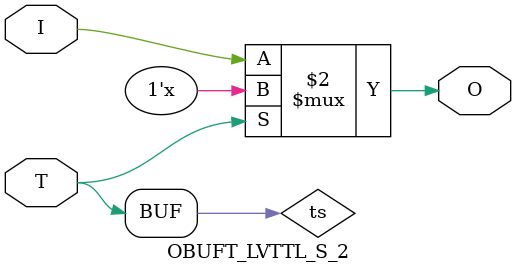
<source format=v>

/*

FUNCTION    : TRI-STATE OUTPUT BUFFER

*/

`celldefine
`timescale  100 ps / 10 ps

module OBUFT_LVTTL_S_2 (O, I, T);

    output O;

    input  I, T;

    or O1 (ts, 1'b0, T);
    bufif0 T1 (O, I, ts);

endmodule

</source>
